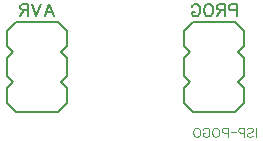
<source format=gbr>
G04 DipTrace 2.4.0.2*
%INBottomSilk.gbr*%
%MOIN*%
%ADD15C,0.005*%
%ADD35C,0.0062*%
%ADD36C,0.0046*%
%FSLAX44Y44*%
G04*
G70*
G90*
G75*
G01*
%LNBotSilk*%
%LPD*%
X2969Y4153D2*
D15*
X2669Y4453D1*
X1269D1*
X969Y4153D1*
Y3653D1*
X1169Y3453D1*
X969Y3253D1*
Y2653D1*
X1169Y2453D1*
X969Y2253D1*
Y1753D1*
X1269Y1453D1*
X2669D1*
X2969Y1753D1*
Y2253D1*
X2769Y2453D1*
X2969Y2653D1*
Y3253D1*
X2769Y3453D1*
X2969Y3653D1*
Y4153D1*
X8874D2*
X8574Y4453D1*
X7174D1*
X6874Y4153D1*
Y3653D1*
X7074Y3453D1*
X6874Y3253D1*
Y2653D1*
X7074Y2453D1*
X6874Y2253D1*
Y1753D1*
X7174Y1453D1*
X8574D1*
X8874Y1753D1*
Y2253D1*
X8674Y2453D1*
X8874Y2653D1*
Y3253D1*
X8674Y3453D1*
X8874Y3653D1*
Y4153D1*
X2226Y4637D2*
D35*
X2379Y5039D1*
X2532Y4637D1*
X2475Y4771D2*
X2283D1*
X2102Y5039D2*
X1949Y4637D1*
X1796Y5039D1*
X1673Y4847D2*
X1501D1*
X1443Y4867D1*
X1424Y4886D1*
X1405Y4924D1*
Y4962D1*
X1424Y5000D1*
X1443Y5020D1*
X1501Y5039D1*
X1673D1*
Y4637D1*
X1539Y4847D2*
X1405Y4637D1*
X8624Y4828D2*
X8451D1*
X8394Y4847D1*
X8375Y4867D1*
X8356Y4905D1*
Y4962D1*
X8375Y5000D1*
X8394Y5020D1*
X8451Y5039D1*
X8624D1*
Y4637D1*
X8232Y4847D2*
X8060D1*
X8003Y4867D1*
X7983Y4886D1*
X7964Y4924D1*
Y4962D1*
X7983Y5000D1*
X8003Y5020D1*
X8060Y5039D1*
X8232D1*
Y4637D1*
X8098Y4847D2*
X7964Y4637D1*
X7726Y5039D2*
X7764Y5020D1*
X7802Y4981D1*
X7822Y4943D1*
X7841Y4886D1*
Y4790D1*
X7822Y4733D1*
X7802Y4694D1*
X7764Y4656D1*
X7726Y4637D1*
X7649D1*
X7611Y4656D1*
X7573Y4694D1*
X7554Y4733D1*
X7535Y4790D1*
Y4886D1*
X7554Y4943D1*
X7573Y4981D1*
X7611Y5020D1*
X7649Y5039D1*
X7726D1*
X7124Y4943D2*
X7143Y4981D1*
X7182Y5020D1*
X7220Y5039D1*
X7296D1*
X7335Y5020D1*
X7373Y4981D1*
X7392Y4943D1*
X7411Y4886D1*
Y4790D1*
X7392Y4733D1*
X7373Y4694D1*
X7335Y4656D1*
X7296Y4637D1*
X7220D1*
X7182Y4656D1*
X7143Y4694D1*
X7124Y4733D1*
Y4790D1*
X7220D1*
X9269Y913D2*
D36*
Y612D1*
X8975Y870D2*
X9004Y899D1*
X9047Y913D1*
X9104D1*
X9147Y899D1*
X9176Y870D1*
Y842D1*
X9161Y813D1*
X9147Y799D1*
X9119Y784D1*
X9032Y756D1*
X9004Y741D1*
X8989Y727D1*
X8975Y698D1*
Y655D1*
X9004Y627D1*
X9047Y612D1*
X9104D1*
X9147Y627D1*
X9176Y655D1*
X8882Y756D2*
X8753D1*
X8710Y770D1*
X8696Y784D1*
X8681Y813D1*
Y856D1*
X8696Y885D1*
X8710Y899D1*
X8753Y913D1*
X8882D1*
Y612D1*
X8589Y762D2*
X8423D1*
X8330Y756D2*
X8201D1*
X8158Y770D1*
X8144Y784D1*
X8129Y813D1*
Y856D1*
X8144Y885D1*
X8158Y899D1*
X8201Y913D1*
X8330D1*
Y612D1*
X7951Y913D2*
X7979Y899D1*
X8008Y870D1*
X8023Y842D1*
X8037Y799D1*
Y727D1*
X8023Y684D1*
X8008Y655D1*
X7979Y627D1*
X7951Y612D1*
X7893D1*
X7865Y627D1*
X7836Y655D1*
X7822Y684D1*
X7807Y727D1*
Y799D1*
X7822Y842D1*
X7836Y870D1*
X7865Y899D1*
X7893Y913D1*
X7951D1*
X7499Y842D2*
X7514Y870D1*
X7543Y899D1*
X7571Y913D1*
X7628D1*
X7657Y899D1*
X7686Y870D1*
X7700Y842D1*
X7715Y799D1*
Y727D1*
X7700Y684D1*
X7686Y655D1*
X7657Y627D1*
X7628Y612D1*
X7571D1*
X7543Y627D1*
X7514Y655D1*
X7499Y684D1*
Y727D1*
X7571D1*
X7321Y913D2*
X7349Y899D1*
X7378Y870D1*
X7393Y842D1*
X7407Y799D1*
Y727D1*
X7393Y684D1*
X7378Y655D1*
X7349Y627D1*
X7321Y612D1*
X7263D1*
X7235Y627D1*
X7206Y655D1*
X7192Y684D1*
X7177Y727D1*
Y799D1*
X7192Y842D1*
X7206Y870D1*
X7235Y899D1*
X7263Y913D1*
X7321D1*
M02*

</source>
